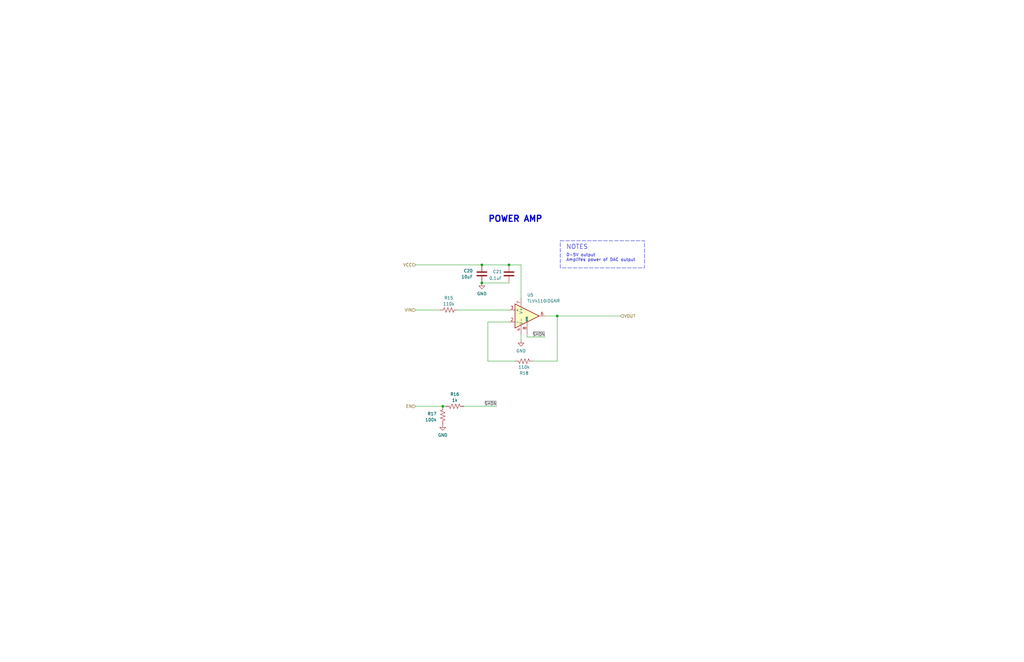
<source format=kicad_sch>
(kicad_sch (version 20230121) (generator eeschema)
  (paper "B")
  (lib_symbols
    (symbol "Device:C" (pin_numbers hide) (pin_names (offset 0.254))
      (property "Reference" "C" (at 0.635 2.54 0))
      (property "Value" "C" (at 0.635 -2.54 0))
      (symbol "C_0_1"
        (polyline (pts (xy -2.032 -0.762) (xy 2.032 -0.762)) (stroke (width 0.508)))
        (polyline (pts (xy -2.032 0.762) (xy 2.032 0.762)) (stroke (width 0.508)))
      )
      (symbol "C_1_1"
        (pin passive line (at 0 3.81 270) (length 2.794) (name "~") (number "1"))
        (pin passive line (at 0 -3.81 90) (length 2.794) (name "~") (number "2"))
      )
    )
    (symbol "Device:R_US" (pin_numbers hide) (pin_names (offset 0))
      (property "Reference" "R" (at 2.54 0 90))
      (property "Value" "R_US" (at -2.54 0 90))
      (symbol "R_US_0_1"
        (polyline (pts (xy 0 -2.286) (xy 0 -2.54)))
        (polyline (pts (xy 0 2.286) (xy 0 2.54)))
        (polyline (pts (xy 0 -0.762) (xy 1.016 -1.143) (xy 0 -1.524) (xy -1.016 -1.905) (xy 0 -2.286)))
        (polyline (pts (xy 0 0.762) (xy 1.016 0.381) (xy 0 0) (xy -1.016 -0.381) (xy 0 -0.762)))
        (polyline (pts (xy 0 2.286) (xy 1.016 1.905) (xy 0 1.524) (xy -1.016 1.143) (xy 0 0.762)))
      )
      (symbol "R_US_1_1"
        (pin passive line (at 0 3.81 270) (length 1.27) (name "~") (number "1"))
        (pin passive line (at 0 -3.81 90) (length 1.27) (name "~") (number "2"))
      )
    )
    (symbol "SierraLobo:TLV4110xDGN" (pin_names (offset 0.127))
      (property "Reference" "U" (at 0 5.08 0))
      (property "Value" "TLV4110xDGN" (at 0 -5.08 0))
      (symbol "TLV4110xDGN_0_1"
        (polyline (pts (xy -5.08 5.08) (xy 5.08 0) (xy -5.08 -5.08) (xy -5.08 5.08)) (stroke (width 0.254)) (fill (type background)))
        (pin power_in line (at -2.54 -7.62 90) (length 3.81) (name "V-") (number "4"))
      )
      (symbol "TLV4110xDGN_1_0"
        (pin input line (at 0 -7.62 90) (length 5.08) (name "~{SHDN}") (number "8"))
      )
      (symbol "TLV4110xDGN_1_1"
        (pin input line (at -7.62 -2.54 0) (length 2.54) (name "-") (number "2"))
        (pin input line (at -7.62 2.54 0) (length 2.54) (name "+") (number "3"))
        (pin output line (at 7.62 0 180) (length 2.54) (name "~") (number "6"))
        (pin power_in line (at -2.54 7.62 270) (length 3.81) (name "V+") (number "7"))
      )
    )
    (symbol "power:GND" (power) (pin_names (offset 0))
      (property "Value" "GND" (at 0 -3.81 0))
      (symbol "GND_0_1"
        (polyline (pts (xy 0 0) (xy 0 -1.27) (xy 1.27 -1.27) (xy 0 -2.54) (xy -1.27 -1.27) (xy 0 -1.27)))
      )
      (symbol "GND_1_1"
        (pin power_in line (at 0 0 270) (length 0) hide (name "GND") (number "1"))
      )
    )
  )
  (junction (at 203.2 119.38))
  (junction (at 234.95 133.35))
  (junction (at 203.2 111.76))
  (junction (at 186.69 171.45))
  (junction (at 214.63 111.76))
  (wire (pts (xy 222.25 142.24) (xy 222.25 140.97)))
  (wire (pts (xy 186.69 171.45) (xy 175.26 171.45)))
  (wire (pts (xy 175.26 111.76) (xy 203.2 111.76)))
  (wire (pts (xy 203.2 119.38) (xy 214.63 119.38)))
  (wire (pts (xy 205.74 135.89) (xy 205.74 152.4)))
  (wire (pts (xy 193.04 130.81) (xy 214.63 130.81)))
  (wire (pts (xy 219.71 143.51) (xy 219.71 140.97)))
  (wire (pts (xy 175.26 130.81) (xy 185.42 130.81)))
  (wire (pts (xy 205.74 135.89) (xy 214.63 135.89)))
  (wire (pts (xy 222.25 142.24) (xy 229.87 142.24)))
  (wire (pts (xy 224.79 152.4) (xy 234.95 152.4)))
  (wire (pts (xy 234.95 133.35) (xy 234.95 152.4)))
  (wire (pts (xy 195.58 171.45) (xy 209.55 171.45)))
  (wire (pts (xy 234.95 133.35) (xy 229.87 133.35)))
  (wire (pts (xy 214.63 111.76) (xy 219.71 111.76)))
  (wire (pts (xy 234.95 133.35) (xy 261.62 133.35)))
  (wire (pts (xy 186.69 171.45) (xy 187.96 171.45)))
  (wire (pts (xy 219.71 125.73) (xy 219.71 111.76)))
  (wire (pts (xy 217.17 152.4) (xy 205.74 152.4)))
  (wire (pts (xy 203.2 111.76) (xy 214.63 111.76)))
  (rectangle (start 236.22 101.6) (end 271.78 113.03) (stroke (width 0) (type dash)))
  (text "0-5V output\nAmplifes power of DAC output" (at 238.76 110.49 0) (effects (font (size 1.27 1.27)) (justify left bottom)))
  (text "POWER AMP" (at 205.74 93.98 0) (effects (font (size 2.54 2.54) (thickness 0.508) bold) (justify left bottom)))
  (text "NOTES" (at 238.76 105.41 0) (effects (font (size 1.905 1.905)) (justify left bottom)))
  (label "~{SHDN}" (at 209.55 171.45 180))
  (label "~{SHDN}" (at 229.87 142.24 180))
  (hierarchical_label "VOUT" (shape input) (at 261.62 133.35 0))
  (hierarchical_label "VCC" (shape input) (at 175.26 111.76 180))
  (hierarchical_label "EN" (shape input) (at 175.26 171.45 180))
  (hierarchical_label "VIN" (shape input) (at 175.26 130.81 180))
  (symbol (lib_id "Device:R_US") (at 186.69 175.26 0) (mirror x) (unit 1)
    (property "Reference" "R17" (at 184.15 174.625 0) (effects (justify right)))
    (property "Value" "100k" (at 184.15 177.165 0) (effects (justify right)))
    (property "Footprint" "Resistor_SMD:R_0402_1005Metric" (effects hide))
    (instances (project "magnetotorqer-drive-board" (path "" (reference "R17") (unit 1)) (path "" (reference "R26") (unit 1)) (path "" (reference "R34") (unit 1)) (path "" (reference "R88") (unit 1)) (path "" (reference "R104") (unit 1)) (path "" (reference "R108") (unit 1)) (path "" (reference "R113") (unit 1)) (path "" (reference "R117") (unit 1)) (path "" (reference "R121") (unit 1))) (project "payload-interface-board" (path "" (reference "R32") (unit 1)) (path "" (reference "R60") (unit 1)) (path "" (reference "R52") (unit 1))))
  )
  (symbol (lib_id "Device:R_US") (at 220.98 152.4 90) (mirror x) (unit 1)
    (property "Reference" "R18" (at 220.98 157.48 90))
    (property "Value" "110k" (at 220.98 154.94 90))
    (property "Footprint" "Resistor_SMD:R_0603_1608Metric" (effects hide))
    (instances (project "magnetotorqer-drive-board" (path "" (reference "R18") (unit 1)) (path "" (reference "R27") (unit 1)) (path "" (reference "R35") (unit 1)) (path "" (reference "R89") (unit 1)) (path "" (reference "R105") (unit 1)) (path "" (reference "R109") (unit 1)) (path "" (reference "R111") (unit 1)) (path "" (reference "R115") (unit 1)) (path "" (reference "R119") (unit 1))) (project "payload-interface-board" (path "" (reference "R33") (unit 1)) (path "" (reference "R61") (unit 1)) (path "" (reference "R53") (unit 1))))
  )
  (symbol (lib_id "power:GND") (at 203.2 119.38 0) (unit 1)
    (property "Reference" "#PWR028" (effects hide))
    (property "Value" "GND" (at 203.2 123.9425 0))
    (instances (project "magnetotorqer-drive-board" (path "" (reference "#PWR028") (unit 1)) (path "" (reference "#PWR038") (unit 1)) (path "" (reference "#PWR046") (unit 1)) (path "" (reference "#PWR037") (unit 1)) (path "" (reference "#PWR0107") (unit 1)) (path "" (reference "#PWR0110") (unit 1)) (path "" (reference "#PWR079") (unit 1)) (path "" (reference "#PWR0125") (unit 1)) (path "" (reference "#PWR0128") (unit 1))) (project "payload-interface-board" (path "" (reference "#PWR046") (unit 1)) (path "" (reference "#PWR064") (unit 1)) (path "" (reference "#PWR056") (unit 1))))
  )
  (symbol (lib_id "Device:C") (at 214.63 115.57 0) (mirror y) (unit 1)
    (property "Reference" "C21" (at 211.709 114.6615 0) (effects (justify left)))
    (property "Value" "0.1uF" (at 211.709 117.4366 0) (effects (justify left)))
    (property "Footprint" "Capacitor_SMD:C_0402_1005Metric" (effects hide))
    (property "Description" "CAP CER 0.1UF 50V X7R 0402" (effects hide))
    (property "Manufacturer" "TDK" (effects hide))
    (property "Mfr. Part No" "CGA2B3X7R1H104K050BE" (effects hide))
    (instances (project "magnetotorqer-drive-board" (path "" (reference "C21") (unit 1)) (path "" (reference "C26") (unit 1)) (path "" (reference "C31") (unit 1)) (path "" (reference "C86") (unit 1)) (path "" (reference "C88") (unit 1)) (path "" (reference "C90") (unit 1)) (path "" (reference "C98") (unit 1)) (path "" (reference "C100") (unit 1)) (path "" (reference "C102") (unit 1))) (project "payload-interface-board" (path "" (reference "C14") (unit 1)) (path "" (reference "C26") (unit 1)) (path "" (reference "C21") (unit 1))))
  )
  (symbol (lib_id "power:GND") (at 219.71 143.51 0) (unit 1)
    (property "Reference" "#PWR029" (effects hide))
    (property "Value" "GND" (at 219.71 148.0725 0))
    (instances (project "magnetotorqer-drive-board" (path "" (reference "#PWR029") (unit 1)) (path "" (reference "#PWR039") (unit 1)) (path "" (reference "#PWR047") (unit 1)) (path "" (reference "#PWR0105") (unit 1)) (path "" (reference "#PWR0108") (unit 1)) (path "" (reference "#PWR0111") (unit 1)) (path "" (reference "#PWR0113") (unit 1)) (path "" (reference "#PWR0126") (unit 1)) (path "" (reference "#PWR0129") (unit 1))) (project "payload-interface-board" (path "" (reference "#PWR047") (unit 1)) (path "" (reference "#PWR065") (unit 1)) (path "" (reference "#PWR057") (unit 1))))
  )
  (symbol (lib_id "SierraLobo:TLV4110xDGN") (at 222.25 133.35 0) (unit 1)
    (property "Reference" "U5" (at 222.25 124.46 0) (effects (justify left)))
    (property "Value" "TLV4110IDGNR" (at 222.25 127 0) (effects (justify left)))
    (property "Footprint" "Package_SO:MSOP-8-1EP_3x3mm_P0.65mm_EP1.68x1.88mm" (effects hide))
    (property "Datasheet" "https://www.ti.com/lit/ds/slos289e/slos289e.pdf" (effects hide))
    (property "Manufacturer" "Texas Instruments" (effects hide))
    (property "Mfr. Part No" "TLV4110IDGNR" (effects hide))
    (property "Description" "IC OPAMP GP 1 CIRCUIT 8HVSSOP" (effects hide))
    (instances (project "magnetotorqer-drive-board" (path "" (reference "U5") (unit 1)) (path "" (reference "U8") (unit 1)) (path "" (reference "U11") (unit 1)) (path "" (reference "U21") (unit 1)) (path "" (reference "U22") (unit 1)) (path "" (reference "U23") (unit 1)) (path "" (reference "U26") (unit 1)) (path "" (reference "U27") (unit 1)) (path "" (reference "U28") (unit 1))) (project "payload-interface-board" (path "" (reference "U7") (unit 1)) (path "" (reference "U13") (unit 1)) (path "" (reference "U10") (unit 1))))
  )
  (symbol (lib_id "Device:C") (at 203.2 115.57 0) (mirror y) (unit 1)
    (property "Reference" "C20" (at 199.39 114.3 0) (effects (justify left)))
    (property "Value" "10uF" (at 199.39 116.84 0) (effects (justify left)))
    (property "Footprint" "Capacitor_SMD:C_0805_2012Metric" (effects hide))
    (instances (project "magnetotorqer-drive-board" (path "" (reference "C20") (unit 1)) (path "" (reference "C25") (unit 1)) (path "" (reference "C30") (unit 1)) (path "" (reference "C85") (unit 1)) (path "" (reference "C87") (unit 1)) (path "" (reference "C89") (unit 1)) (path "" (reference "C97") (unit 1)) (path "" (reference "C99") (unit 1)) (path "" (reference "C101") (unit 1))) (project "payload-interface-board" (path "" (reference "C4") (unit 1)) (path "" (reference "C13") (unit 1)) (path "" (reference "C25") (unit 1)) (path "" (reference "C20") (unit 1))))
  )
  (symbol (lib_id "Device:R_US") (at 191.77 171.45 270) (mirror x) (unit 1)
    (property "Reference" "R16" (at 191.77 166.37 90))
    (property "Value" "1k" (at 191.77 168.91 90))
    (property "Footprint" "Resistor_SMD:R_0402_1005Metric" (effects hide))
    (instances (project "magnetotorqer-drive-board" (path "" (reference "R16") (unit 1)) (path "" (reference "R25") (unit 1)) (path "" (reference "R33") (unit 1)) (path "" (reference "R81") (unit 1)) (path "" (reference "R91") (unit 1)) (path "" (reference "R107") (unit 1)) (path "" (reference "R112") (unit 1)) (path "" (reference "R116") (unit 1)) (path "" (reference "R120") (unit 1))) (project "payload-interface-board" (path "" (reference "R31") (unit 1)) (path "" (reference "R59") (unit 1)) (path "" (reference "R51") (unit 1))))
  )
  (symbol (lib_id "power:GND") (at 186.69 179.07 0) (mirror y) (unit 1)
    (property "Reference" "#PWR030" (effects hide))
    (property "Value" "GND" (at 186.69 183.6325 0))
    (instances (project "magnetotorqer-drive-board" (path "" (reference "#PWR030") (unit 1)) (path "" (reference "#PWR040") (unit 1)) (path "" (reference "#PWR048") (unit 1)) (path "" (reference "#PWR0106") (unit 1)) (path "" (reference "#PWR0109") (unit 1)) (path "" (reference "#PWR0112") (unit 1)) (path "" (reference "#PWR0119") (unit 1)) (path "" (reference "#PWR0127") (unit 1)) (path "" (reference "#PWR0130") (unit 1))) (project "payload-interface-board" (path "" (reference "#PWR048") (unit 1)) (path "" (reference "#PWR066") (unit 1)) (path "" (reference "#PWR058") (unit 1))))
  )
  (symbol (lib_id "Device:R_US") (at 189.23 130.81 90) (unit 1)
    (property "Reference" "R15" (at 189.23 125.73 90))
    (property "Value" "110k" (at 189.23 128.27 90))
    (property "Footprint" "Resistor_SMD:R_0603_1608Metric" (effects hide))
    (instances (project "magnetotorqer-drive-board" (path "" (reference "R15") (unit 1)) (path "" (reference "R24") (unit 1)) (path "" (reference "R32") (unit 1)) (path "" (reference "R80") (unit 1)) (path "" (reference "R90") (unit 1)) (path "" (reference "R106") (unit 1)) (path "" (reference "R110") (unit 1)) (path "" (reference "R114") (unit 1)) (path "" (reference "R118") (unit 1))) (project "payload-interface-board" (path "" (reference "R30") (unit 1)) (path "" (reference "R58") (unit 1)) (path "" (reference "R50") (unit 1))))
  )
)
</source>
